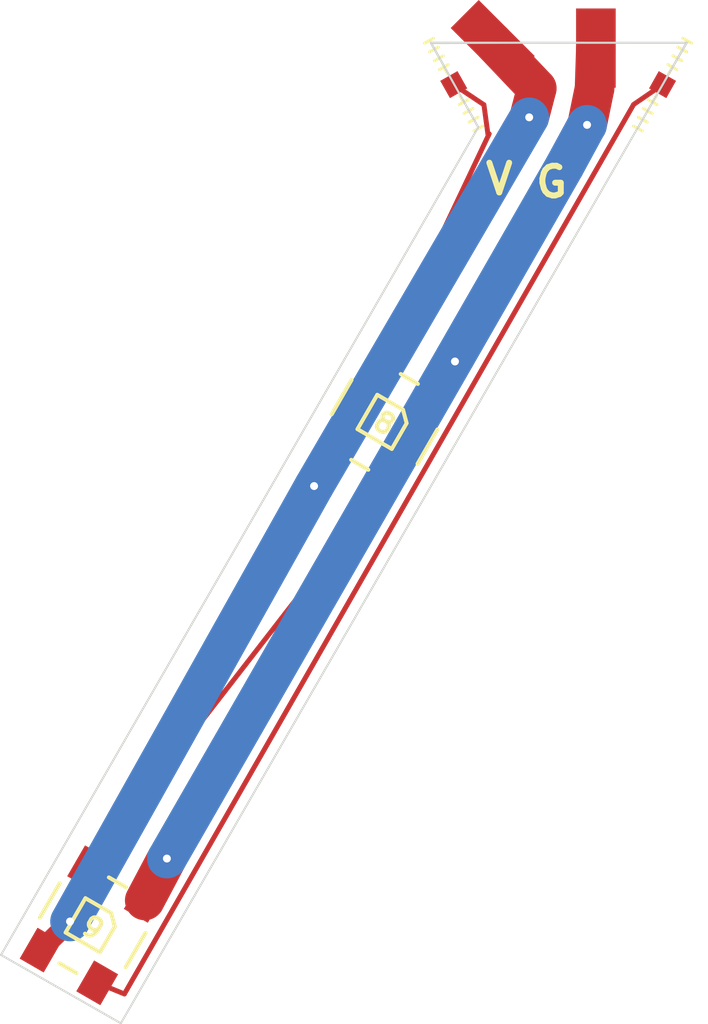
<source format=kicad_pcb>
(kicad_pcb (version 4) (host pcbnew 4.0.7)

  (general
    (links 3)
    (no_connects 0)
    (area 104.409223 29.099326 405.110759 155.047504)
    (thickness 1.6)
    (drawings 11)
    (tracks 33)
    (zones 0)
    (modules 6)
    (nets 6)
  )

  (page A4)
  (layers
    (0 F.Cu signal)
    (31 B.Cu signal)
    (32 B.Adhes user)
    (33 F.Adhes user)
    (34 B.Paste user)
    (35 F.Paste user)
    (36 B.SilkS user)
    (37 F.SilkS user)
    (38 B.Mask user)
    (39 F.Mask user)
    (40 Dwgs.User user)
    (41 Cmts.User user)
    (42 Eco1.User user)
    (43 Eco2.User user)
    (44 Edge.Cuts user)
    (45 Margin user)
    (46 B.CrtYd user)
    (47 F.CrtYd user)
    (48 B.Fab user)
    (49 F.Fab user)
  )

  (setup
    (last_trace_width 0.25)
    (user_trace_width 0.5)
    (user_trace_width 1)
    (user_trace_width 2)
    (trace_clearance 0.2)
    (zone_clearance 0.508)
    (zone_45_only no)
    (trace_min 0.2)
    (segment_width 0.2)
    (edge_width 0.15)
    (via_size 0.6)
    (via_drill 0.4)
    (via_min_size 0.4)
    (via_min_drill 0.3)
    (uvia_size 0.3)
    (uvia_drill 0.1)
    (uvias_allowed no)
    (uvia_min_size 0.2)
    (uvia_min_drill 0.1)
    (pcb_text_width 0.3)
    (pcb_text_size 1.5 1.5)
    (mod_edge_width 0.15)
    (mod_text_size 1 1)
    (mod_text_width 0.15)
    (pad_size 1.524 1.524)
    (pad_drill 0.762)
    (pad_to_mask_clearance 0.2)
    (aux_axis_origin 0 0)
    (visible_elements 7FFFF7FF)
    (pcbplotparams
      (layerselection 0x00030_80000001)
      (usegerberextensions false)
      (excludeedgelayer true)
      (linewidth 0.100000)
      (plotframeref false)
      (viasonmask false)
      (mode 1)
      (useauxorigin false)
      (hpglpennumber 1)
      (hpglpenspeed 20)
      (hpglpendiameter 15)
      (hpglpenoverlay 2)
      (psnegative false)
      (psa4output false)
      (plotreference true)
      (plotvalue true)
      (plotinvisibletext false)
      (padsonsilk false)
      (subtractmaskfromsilk false)
      (outputformat 1)
      (mirror false)
      (drillshape 1)
      (scaleselection 1)
      (outputdirectory ""))
  )

  (net 0 "")
  (net 1 /VCC)
  (net 2 /GND)
  (net 3 "Net-(LED101-Pad2)")
  (net 4 "Net-(LED102-Pad2)")
  (net 5 /DOUT)

  (net_class Default "This is the default net class."
    (clearance 0.2)
    (trace_width 0.25)
    (via_dia 0.6)
    (via_drill 0.4)
    (uvia_dia 0.3)
    (uvia_drill 0.1)
    (add_net /DOUT)
    (add_net /GND)
    (add_net /VCC)
    (add_net "Net-(LED101-Pad2)")
    (add_net "Net-(LED102-Pad2)")
  )

  (module WS2812B:WS2812B (layer F.Cu) (tedit 59EB9806) (tstamp 59F279F0)
    (at 94.996 119.0371 150)
    (path /59E7F08D)
    (fp_text reference 9 (at -0.0635 -0.109985 150) (layer F.SilkS)
      (effects (font (size 1 1) (thickness 0.2)))
    )
    (fp_text value "" (at 0 4.8 150) (layer F.SilkS) hide
      (effects (font (size 1 1) (thickness 0.2)))
    )
    (fp_line (start -1 -1) (end 1 -1) (layer F.SilkS) (width 0.2))
    (fp_line (start 1 -1) (end 1 1) (layer F.SilkS) (width 0.2))
    (fp_line (start 1 1) (end -0.5 1) (layer F.SilkS) (width 0.2))
    (fp_line (start -0.5 1) (end -1 0.5) (layer F.SilkS) (width 0.2))
    (fp_line (start -1 0.5) (end -1 -1) (layer F.SilkS) (width 0.2))
    (fp_line (start -2.5 -1) (end -2.5 1) (layer F.SilkS) (width 0.2))
    (fp_line (start -0.5 2.5) (end 0.5 2.5) (layer F.SilkS) (width 0.2))
    (fp_line (start 2.5 -1) (end 2.5 1) (layer F.SilkS) (width 0.2))
    (fp_line (start -0.5 -2.5) (end 0.5 -2.5) (layer F.SilkS) (width 0.2))
    (fp_line (start 2.1 2.5) (end 2.5 2.5) (layer Dwgs.User) (width 0.2))
    (fp_line (start -1.2 2.5) (end 1.2 2.5) (layer Dwgs.User) (width 0.2))
    (fp_line (start -2.5 2.5) (end -2.1 2.5) (layer Dwgs.User) (width 0.2))
    (fp_line (start 2.1 -2.5) (end 2.5 -2.5) (layer Dwgs.User) (width 0.2))
    (fp_line (start -1.2 -2.5) (end 1.2 -2.5) (layer Dwgs.User) (width 0.2))
    (fp_line (start -2.5 -2.5) (end -2.1 -2.5) (layer Dwgs.User) (width 0.2))
    (fp_line (start -2.1 -2.7) (end -1.2 -2.7) (layer Dwgs.User) (width 0.2))
    (fp_line (start -1.2 -2.7) (end -1.2 -1.8) (layer Dwgs.User) (width 0.2))
    (fp_line (start -1.2 -1.8) (end -2.1 -1.8) (layer Dwgs.User) (width 0.2))
    (fp_line (start -2.1 -1.8) (end -2.1 -2.7) (layer Dwgs.User) (width 0.2))
    (fp_line (start 2.1 -2.7) (end 1.2 -2.7) (layer Dwgs.User) (width 0.2))
    (fp_line (start 1.2 -2.7) (end 1.2 -1.8) (layer Dwgs.User) (width 0.2))
    (fp_line (start 1.2 -1.8) (end 2.1 -1.8) (layer Dwgs.User) (width 0.2))
    (fp_line (start 2.1 -1.8) (end 2.1 -2.7) (layer Dwgs.User) (width 0.2))
    (fp_line (start -2.1 2.7) (end -2.1 1.8) (layer Dwgs.User) (width 0.2))
    (fp_line (start -2.1 1.8) (end -1.2 1.8) (layer Dwgs.User) (width 0.2))
    (fp_line (start -1.2 1.8) (end -1.2 2.7) (layer Dwgs.User) (width 0.2))
    (fp_line (start -1.2 2.7) (end -2.1 2.7) (layer Dwgs.User) (width 0.2))
    (fp_line (start 1.2 2.7) (end 1.2 1.8) (layer Dwgs.User) (width 0.2))
    (fp_line (start 1.2 1.8) (end 2.1 1.8) (layer Dwgs.User) (width 0.2))
    (fp_line (start 2.1 1.8) (end 2.1 2.7) (layer Dwgs.User) (width 0.2))
    (fp_line (start 2.1 2.7) (end 1.2 2.7) (layer Dwgs.User) (width 0.2))
    (fp_line (start 2.5 -2.5) (end 2.5 2.5) (layer Dwgs.User) (width 0.2))
    (fp_line (start -2.49936 2.49936) (end -2.49936 -2.49936) (layer Dwgs.User) (width 0.2))
    (pad 1 smd rect (at 1.65 -2.4 150) (size 1.4 1.8) (layers F.Cu F.Paste F.Mask)
      (net 1 /VCC))
    (pad 2 smd rect (at -1.65 -2.4 150) (size 1.4 1.8) (layers F.Cu F.Paste F.Mask)
      (net 5 /DOUT))
    (pad 3 smd rect (at -1.65 2.4 150) (size 1.4 1.8) (layers F.Cu F.Paste F.Mask)
      (net 2 /GND))
    (pad 4 smd rect (at 1.65 2.4 150) (size 1.4 1.8) (layers F.Cu F.Paste F.Mask)
      (net 4 "Net-(LED102-Pad2)"))
  )

  (module WS2812B:WS2812B (layer F.Cu) (tedit 59EB97D6) (tstamp 59F279C8)
    (at 109.728 93.6371 150)
    (path /59E7F03D)
    (fp_text reference 8 (at -0.03175 -0.054993 150) (layer F.SilkS)
      (effects (font (size 1 1) (thickness 0.2)))
    )
    (fp_text value "" (at 0 4.8 150) (layer F.SilkS) hide
      (effects (font (size 1 1) (thickness 0.2)))
    )
    (fp_line (start -1 -1) (end 1 -1) (layer F.SilkS) (width 0.2))
    (fp_line (start 1 -1) (end 1 1) (layer F.SilkS) (width 0.2))
    (fp_line (start 1 1) (end -0.5 1) (layer F.SilkS) (width 0.2))
    (fp_line (start -0.5 1) (end -1 0.5) (layer F.SilkS) (width 0.2))
    (fp_line (start -1 0.5) (end -1 -1) (layer F.SilkS) (width 0.2))
    (fp_line (start -2.5 -1) (end -2.5 1) (layer F.SilkS) (width 0.2))
    (fp_line (start -0.5 2.5) (end 0.5 2.5) (layer F.SilkS) (width 0.2))
    (fp_line (start 2.5 -1) (end 2.5 1) (layer F.SilkS) (width 0.2))
    (fp_line (start -0.5 -2.5) (end 0.5 -2.5) (layer F.SilkS) (width 0.2))
    (fp_line (start 2.1 2.5) (end 2.5 2.5) (layer Dwgs.User) (width 0.2))
    (fp_line (start -1.2 2.5) (end 1.2 2.5) (layer Dwgs.User) (width 0.2))
    (fp_line (start -2.5 2.5) (end -2.1 2.5) (layer Dwgs.User) (width 0.2))
    (fp_line (start 2.1 -2.5) (end 2.5 -2.5) (layer Dwgs.User) (width 0.2))
    (fp_line (start -1.2 -2.5) (end 1.2 -2.5) (layer Dwgs.User) (width 0.2))
    (fp_line (start -2.5 -2.5) (end -2.1 -2.5) (layer Dwgs.User) (width 0.2))
    (fp_line (start -2.1 -2.7) (end -1.2 -2.7) (layer Dwgs.User) (width 0.2))
    (fp_line (start -1.2 -2.7) (end -1.2 -1.8) (layer Dwgs.User) (width 0.2))
    (fp_line (start -1.2 -1.8) (end -2.1 -1.8) (layer Dwgs.User) (width 0.2))
    (fp_line (start -2.1 -1.8) (end -2.1 -2.7) (layer Dwgs.User) (width 0.2))
    (fp_line (start 2.1 -2.7) (end 1.2 -2.7) (layer Dwgs.User) (width 0.2))
    (fp_line (start 1.2 -2.7) (end 1.2 -1.8) (layer Dwgs.User) (width 0.2))
    (fp_line (start 1.2 -1.8) (end 2.1 -1.8) (layer Dwgs.User) (width 0.2))
    (fp_line (start 2.1 -1.8) (end 2.1 -2.7) (layer Dwgs.User) (width 0.2))
    (fp_line (start -2.1 2.7) (end -2.1 1.8) (layer Dwgs.User) (width 0.2))
    (fp_line (start -2.1 1.8) (end -1.2 1.8) (layer Dwgs.User) (width 0.2))
    (fp_line (start -1.2 1.8) (end -1.2 2.7) (layer Dwgs.User) (width 0.2))
    (fp_line (start -1.2 2.7) (end -2.1 2.7) (layer Dwgs.User) (width 0.2))
    (fp_line (start 1.2 2.7) (end 1.2 1.8) (layer Dwgs.User) (width 0.2))
    (fp_line (start 1.2 1.8) (end 2.1 1.8) (layer Dwgs.User) (width 0.2))
    (fp_line (start 2.1 1.8) (end 2.1 2.7) (layer Dwgs.User) (width 0.2))
    (fp_line (start 2.1 2.7) (end 1.2 2.7) (layer Dwgs.User) (width 0.2))
    (fp_line (start 2.5 -2.5) (end 2.5 2.5) (layer Dwgs.User) (width 0.2))
    (fp_line (start -2.49936 2.49936) (end -2.49936 -2.49936) (layer Dwgs.User) (width 0.2))
    (pad 1 smd rect (at 1.65 -2.4 150) (size 1.4 1.8) (layers F.Cu F.Paste F.Mask)
      (net 1 /VCC))
    (pad 2 smd rect (at -1.65 -2.4 150) (size 1.4 1.8) (layers F.Cu F.Paste F.Mask)
      (net 4 "Net-(LED102-Pad2)"))
    (pad 3 smd rect (at -1.65 2.4 150) (size 1.4 1.8) (layers F.Cu F.Paste F.Mask)
      (net 2 /GND))
    (pad 4 smd rect (at 1.65 2.4 150) (size 1.4 1.8) (layers F.Cu F.Paste F.Mask)
      (net 3 "Net-(LED101-Pad2)"))
  )

  (module "Big pad" (layer F.Cu) (tedit 59EAA4F0) (tstamp 59F279C4)
    (at 120.523 74.6506 90)
    (fp_text reference "" (at 0.127 0.5 90) (layer F.SilkS)
      (effects (font (size 1 1) (thickness 0.15)))
    )
    (fp_text value "" (at 0 -0.5 90) (layer F.Fab)
      (effects (font (size 1 1) (thickness 0.15)))
    )
    (pad 1 smd rect (at -0.127 -0.127 90) (size 4 2) (layers F.Cu F.Paste F.Mask))
  )

  (module "Big pad" (layer F.Cu) (tedit 59EAA4F0) (tstamp 59F279C0)
    (at 115.189 74.6506 315)
    (fp_text reference "" (at 0.127 0.5 315) (layer F.SilkS)
      (effects (font (size 1 1) (thickness 0.15)))
    )
    (fp_text value "" (at 0 -0.5 315) (layer F.Fab)
      (effects (font (size 1 1) (thickness 0.15)))
    )
    (pad 1 smd rect (at -0.127 -0.127 315) (size 4 2) (layers F.Cu F.Paste F.Mask))
  )

  (module "Tiny Edge" (layer F.Cu) (tedit 59EBDB8C) (tstamp 59F279B2)
    (at 123.7615 76.6191 240.6)
    (fp_text reference "" (at 0 0.5 240.6) (layer F.SilkS)
      (effects (font (size 1 1) (thickness 0.15)))
    )
    (fp_text value "" (at 3.175 -4.056 240.6) (layer F.Fab)
      (effects (font (size 1 1) (thickness 0.15)))
    )
    (fp_line (start 0.635 0) (end 0.889 0) (layer F.SilkS) (width 0.15))
    (fp_line (start -0.889 0) (end -0.635 0) (layer F.SilkS) (width 0.15))
    (fp_line (start -2.54 -0.254) (end -2.54 0.254) (layer F.SilkS) (width 0.15))
    (fp_line (start 2.54 -0.254) (end 2.54 0.254) (layer F.SilkS) (width 0.15))
    (fp_line (start 2.032 -0.254) (end 2.032 0.254) (layer F.SilkS) (width 0.15))
    (fp_line (start 1.524 -0.254) (end 1.524 0.254) (layer F.SilkS) (width 0.15))
    (fp_line (start 1.016 -0.254) (end 1.016 0.254) (layer F.SilkS) (width 0.15))
    (fp_line (start -2.032 -0.254) (end -2.032 0.254) (layer F.SilkS) (width 0.15))
    (fp_line (start -1.524 -0.254) (end -1.524 0.254) (layer F.SilkS) (width 0.15))
    (fp_line (start -1.016 -0.254) (end -1.016 0.254) (layer F.SilkS) (width 0.15))
    (pad 1 smd rect (at 0 0 240.6) (size 1 1) (layers F.Cu F.Paste F.Mask))
  )

  (module "Tiny Edge" (layer F.Cu) (tedit 59EBDB8C) (tstamp 59F279A4)
    (at 113.2205 76.6191 119.4)
    (fp_text reference "" (at 0 0.5 119.4) (layer F.SilkS)
      (effects (font (size 1 1) (thickness 0.15)))
    )
    (fp_text value "" (at 3.175 -4.056 119.4) (layer F.Fab)
      (effects (font (size 1 1) (thickness 0.15)))
    )
    (fp_line (start 0.635 0) (end 0.889 0) (layer F.SilkS) (width 0.15))
    (fp_line (start -0.889 0) (end -0.635 0) (layer F.SilkS) (width 0.15))
    (fp_line (start -2.54 -0.254) (end -2.54 0.254) (layer F.SilkS) (width 0.15))
    (fp_line (start 2.54 -0.254) (end 2.54 0.254) (layer F.SilkS) (width 0.15))
    (fp_line (start 2.032 -0.254) (end 2.032 0.254) (layer F.SilkS) (width 0.15))
    (fp_line (start 1.524 -0.254) (end 1.524 0.254) (layer F.SilkS) (width 0.15))
    (fp_line (start 1.016 -0.254) (end 1.016 0.254) (layer F.SilkS) (width 0.15))
    (fp_line (start -2.032 -0.254) (end -2.032 0.254) (layer F.SilkS) (width 0.15))
    (fp_line (start -1.524 -0.254) (end -1.524 0.254) (layer F.SilkS) (width 0.15))
    (fp_line (start -1.016 -0.254) (end -1.016 0.254) (layer F.SilkS) (width 0.15))
    (pad 1 smd rect (at 0 0 119.4) (size 1 1) (layers F.Cu F.Paste F.Mask))
  )

  (gr_line (start 116.919096 74.508345) (end 124.988367 74.508345) (layer Edge.Cuts) (width 0.1) (tstamp 59F27A43))
  (gr_line (start 124.988367 74.508345) (end 96.418198 123.984103) (layer Edge.Cuts) (width 0.1) (tstamp 59F27A42))
  (gr_line (start 96.418198 123.984103) (end 90.368198 120.534103) (layer Edge.Cuts) (width 0.1) (tstamp 59F27A41))
  (gr_line (start 90.368198 120.534103) (end 114.462219 78.76732) (layer Edge.Cuts) (width 0.1) (tstamp 59F27A40))
  (gr_line (start 114.462219 78.76732) (end 112.068198 74.524103) (layer Edge.Cuts) (width 0.1) (tstamp 59F27A3F))
  (gr_line (start 112.068198 74.524103) (end 116.919096 74.508345) (layer Edge.Cuts) (width 0.1) (tstamp 59F27A3E))
  (gr_line (start 122.528198 78.794103) (end 124.96153 74.507352) (layer Edge.Cuts) (width 0.1) (tstamp 59F27A3D))
  (gr_line (start 124.96153 74.507352) (end 112.077299 74.500829) (layer Edge.Cuts) (width 0.1) (tstamp 59F27A3C))
  (gr_line (start 112.077299 74.500829) (end 114.4482 78.764099) (layer Edge.Cuts) (width 0.1) (tstamp 59F27A3B))
  (gr_text V (at 115.5192 81.3816) (layer F.SilkS) (tstamp 59F27A3A)
    (effects (font (size 1.5 1.5) (thickness 0.3)))
  )
  (gr_text G (at 118.1608 81.534) (layer F.SilkS) (tstamp 59F27A39)
    (effects (font (size 1.5 1.5) (thickness 0.3)))
  )

  (segment (start 106.172 96.8756) (end 93.853 118.8466) (width 2) (layer B.Cu) (net 1) (tstamp 59F27A20))
  (via (at 93.853 118.8466) (size 0.6) (drill 0.4) (layers F.Cu B.Cu) (net 1) (tstamp 59F27A1F))
  (segment (start 93.853 118.8466) (end 92.367058 120.290561) (width 1) (layer F.Cu) (net 1) (tstamp 59F27A1E) (status 20))
  (segment (start 106.172 96.8756) (end 107.099058 94.890561) (width 1) (layer F.Cu) (net 1) (tstamp 59F27A1D) (status 20))
  (via (at 106.172 96.8756) (size 0.6) (drill 0.4) (layers F.Cu B.Cu) (net 1) (tstamp 59F27A1C))
  (segment (start 106.172 96.8756) (end 117.0305 78.2701) (width 2) (layer B.Cu) (net 1) (tstamp 59F27A1B))
  (segment (start 117.4115 76.8096) (end 115.189 74.470995) (width 2) (layer F.Cu) (net 1) (tstamp 59F27A1A))
  (segment (start 117.0305 78.2701) (end 117.4115 76.8096) (width 2) (layer F.Cu) (net 1) (tstamp 59F27A19))
  (via (at 117.0305 78.2701) (size 0.6) (drill 0.4) (layers F.Cu B.Cu) (net 1) (tstamp 59F27A18))
  (segment (start 119.9515 78.6511) (end 119.9515 78.6511) (width 0.25) (layer B.Cu) (net 2) (tstamp 59F27A30))
  (via (at 98.7425 115.6716) (size 0.6) (drill 0.4) (layers F.Cu B.Cu) (net 2) (tstamp 59F27A2F))
  (segment (start 98.7425 115.6716) (end 97.624942 117.783639) (width 2) (layer F.Cu) (net 2) (tstamp 59F27A2E) (status 20))
  (segment (start 113.284 90.377433) (end 98.7425 115.6716) (width 2) (layer B.Cu) (net 2) (tstamp 59F27A2D))
  (segment (start 118.8085 80.7466) (end 113.284 90.377433) (width 2) (layer B.Cu) (net 2) (tstamp 59F27A2C))
  (segment (start 119.895303 78.744167) (end 118.8085 80.7466) (width 2) (layer B.Cu) (net 2) (tstamp 59F27A2B))
  (segment (start 119.9515 78.6511) (end 119.895303 78.744167) (width 2) (layer B.Cu) (net 2) (tstamp 59F27A2A))
  (segment (start 113.284 90.5891) (end 113.284 90.377433) (width 0.25) (layer B.Cu) (net 2) (tstamp 59F27A29))
  (segment (start 113.190618 90.533071) (end 113.284 90.5891) (width 0.25) (layer B.Cu) (net 2) (tstamp 59F27A28))
  (segment (start 113.284 90.5891) (end 113.190618 90.533071) (width 0.25) (layer B.Cu) (net 2) (tstamp 59F27A27))
  (via (at 113.284 90.5891) (size 0.6) (drill 0.4) (layers F.Cu B.Cu) (net 2) (tstamp 59F27A26))
  (segment (start 112.356942 92.383639) (end 113.284 90.5891) (width 1) (layer F.Cu) (net 2) (tstamp 59F27A25) (status 10))
  (segment (start 120.330586 76.805434) (end 120.396 74.7776) (width 2) (layer F.Cu) (net 2) (tstamp 59F27A24))
  (segment (start 119.9515 78.6511) (end 120.330586 76.805434) (width 2) (layer F.Cu) (net 2) (tstamp 59F27A23))
  (via (at 119.9515 78.6511) (size 0.6) (drill 0.4) (layers F.Cu B.Cu) (net 2) (tstamp 59F27A22))
  (segment (start 119.895303 78.744167) (end 119.9515 78.6511) (width 2) (layer B.Cu) (net 2) (tstamp 59F27A21))
  (segment (start 114.959759 79.205775) (end 115.009964 79.103395) (width 0.25) (layer F.Cu) (net 3) (tstamp 59F27A34))
  (segment (start 109.499058 90.733639) (end 114.959759 79.205775) (width 0.25) (layer F.Cu) (net 3) (tstamp 59F27A33) (status 10))
  (segment (start 114.7445 77.6351) (end 114.959759 79.205775) (width 0.25) (layer F.Cu) (net 3) (tstamp 59F27A32))
  (segment (start 114.7445 77.6351) (end 113.2205 76.6191) (width 0.25) (layer F.Cu) (net 3) (tstamp 59F27A31))
  (segment (start 109.956942 96.540561) (end 94.767058 116.133639) (width 0.25) (layer F.Cu) (net 4) (tstamp 59F27A35) (status 20))
  (segment (start 96.5962 122.5042) (end 95.224942 121.940561) (width 0.25) (layer F.Cu) (net 5) (tstamp 59F27A38))
  (segment (start 122.301 77.6224) (end 96.5962 122.5042) (width 0.25) (layer F.Cu) (net 5) (tstamp 59F27A37))
  (segment (start 123.7615 76.6191) (end 122.301 77.6224) (width 0.25) (layer F.Cu) (net 5) (tstamp 59F27A36))

)

</source>
